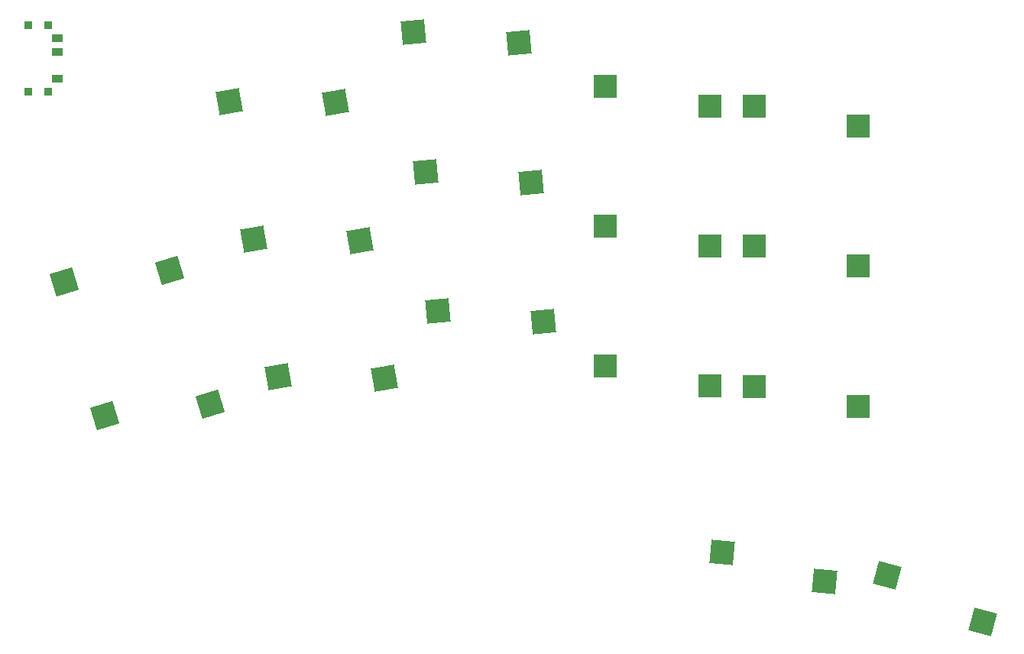
<source format=gbr>
%TF.GenerationSoftware,KiCad,Pcbnew,(6.0.4-0)*%
%TF.CreationDate,2022-06-15T11:13:41+02:00*%
%TF.ProjectId,konafa_min,6b6f6e61-6661-45f6-9d69-6e2e6b696361,v1.0.0*%
%TF.SameCoordinates,Original*%
%TF.FileFunction,Paste,Bot*%
%TF.FilePolarity,Positive*%
%FSLAX46Y46*%
G04 Gerber Fmt 4.6, Leading zero omitted, Abs format (unit mm)*
G04 Created by KiCad (PCBNEW (6.0.4-0)) date 2022-06-15 11:13:41*
%MOMM*%
%LPD*%
G01*
G04 APERTURE LIST*
G04 Aperture macros list*
%AMRotRect*
0 Rectangle, with rotation*
0 The origin of the aperture is its center*
0 $1 length*
0 $2 width*
0 $3 Rotation angle, in degrees counterclockwise*
0 Add horizontal line*
21,1,$1,$2,0,0,$3*%
G04 Aperture macros list end*
%ADD10RotRect,2.600000X2.600000X345.000000*%
%ADD11R,0.900000X0.900000*%
%ADD12R,1.250000X0.900000*%
%ADD13RotRect,2.600000X2.600000X10.000000*%
%ADD14RotRect,2.600000X2.600000X355.000000*%
%ADD15RotRect,2.600000X2.600000X17.000000*%
%ADD16RotRect,2.600000X2.600000X5.000000*%
%ADD17R,2.600000X2.600000*%
G04 APERTURE END LIST*
D10*
%TO.C,S15*%
X289081487Y-121374279D03*
X299668529Y-126488677D03*
%TD*%
D11*
%TO.C,T2*%
X193921762Y-60365501D03*
X193921762Y-67765501D03*
X196121762Y-60365501D03*
X196121762Y-67765501D03*
D12*
X197096762Y-66315501D03*
X197096762Y-63315501D03*
X197096762Y-61815501D03*
%TD*%
D13*
%TO.C,S3*%
X221562419Y-99329222D03*
X233318976Y-99490163D03*
%TD*%
D14*
%TO.C,S14*%
X270787013Y-118777270D03*
X282101320Y-121975549D03*
%TD*%
D15*
%TO.C,S1*%
X202404681Y-103607376D03*
X214093220Y-102334354D03*
%TD*%
D16*
%TO.C,S6*%
X239292946Y-92032139D03*
X250990738Y-93217119D03*
%TD*%
D17*
%TO.C,S13*%
X274326998Y-69380745D03*
X285876999Y-71580746D03*
%TD*%
D13*
%TO.C,S5*%
X216179326Y-68800182D03*
X227935883Y-68961123D03*
%TD*%
D17*
%TO.C,S13*%
X274336999Y-84882000D03*
X285887000Y-87082001D03*
%TD*%
%TO.C,S11*%
X257836999Y-67132000D03*
X269387000Y-69332001D03*
%TD*%
%TO.C,S12*%
X274336999Y-100382000D03*
X285887000Y-102582001D03*
%TD*%
D16*
%TO.C,S8*%
X236591117Y-61150103D03*
X248288909Y-62335083D03*
%TD*%
D17*
%TO.C,S9*%
X257836999Y-98132000D03*
X269387000Y-100332001D03*
%TD*%
%TO.C,S10*%
X257836999Y-82632000D03*
X269387000Y-84832001D03*
%TD*%
D15*
%TO.C,S2*%
X197872920Y-88784652D03*
X209561459Y-87511630D03*
%TD*%
D13*
%TO.C,S4*%
X218870872Y-84064702D03*
X230627429Y-84225643D03*
%TD*%
D16*
%TO.C,S7*%
X237942032Y-76591121D03*
X249639824Y-77776101D03*
%TD*%
M02*

</source>
